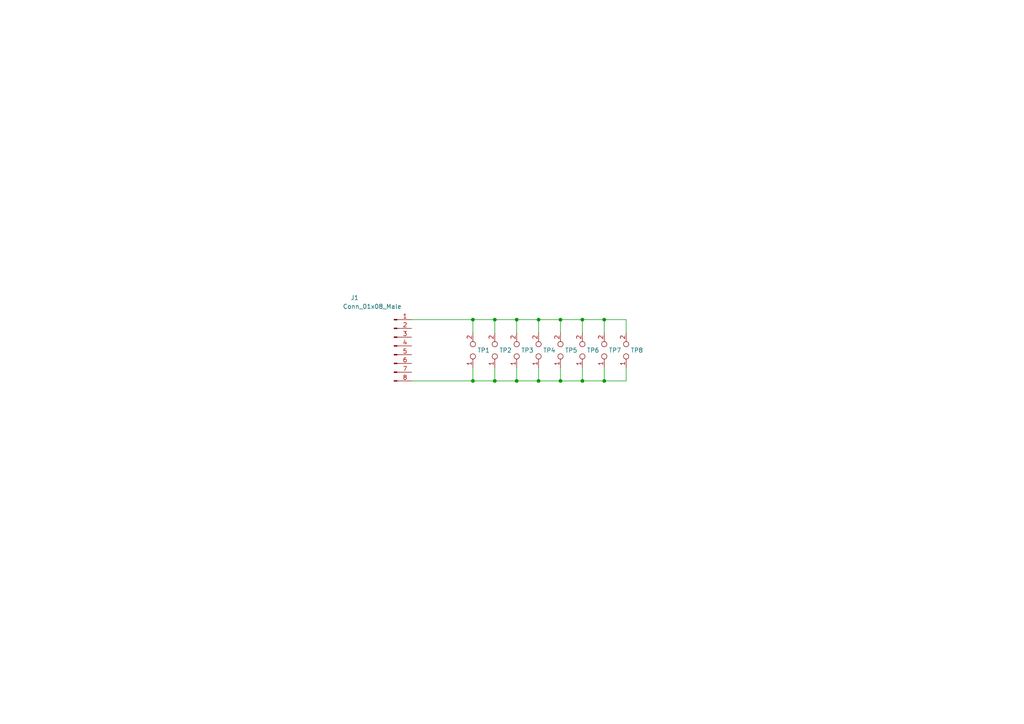
<source format=kicad_sch>
(kicad_sch (version 20200608) (host eeschema "5.99.0-unknown-1973153~101~ubuntu18.04.1")
  (page 1 1)
  (paper "A4")
  (title_block (title "Cap Sense Slider - Tx") (date "2020-06-19") (rev "r0.1") (company "GsD"))
  (lib_symbols
    (symbol "Connector:Conn_01x08_Male" (pin_names hide)
      (property "Reference" "J" (at 0 10.16 0))
      (property "Value" "Conn_01x08_Male" (at 0 -12.7 0))
      (symbol "Conn_01x08_Male_1_1"
        (rectangle (start 0.8636 -10.033) (end 0 -10.287) (stroke (width 0.1524)) (fill (type outline)))
        (rectangle (start 0.8636 -7.493) (end 0 -7.747) (stroke (width 0.1524)) (fill (type outline)))
        (rectangle (start 0.8636 -4.953) (end 0 -5.207) (stroke (width 0.1524)) (fill (type outline)))
        (rectangle (start 0.8636 -2.413) (end 0 -2.667) (stroke (width 0.1524)) (fill (type outline)))
        (rectangle (start 0.8636 0.127) (end 0 -0.127) (stroke (width 0.1524)) (fill (type outline)))
        (rectangle (start 0.8636 2.667) (end 0 2.413) (stroke (width 0.1524)) (fill (type outline)))
        (rectangle (start 0.8636 5.207) (end 0 4.953) (stroke (width 0.1524)) (fill (type outline)))
        (rectangle (start 0.8636 7.747) (end 0 7.493) (stroke (width 0.1524)) (fill (type outline)))
        (polyline (pts (xy 1.27 -10.16) (xy 0.8636 -10.16)) (stroke (width 0.1524)))
        (polyline (pts (xy 1.27 -7.62) (xy 0.8636 -7.62)) (stroke (width 0.1524)))
        (polyline (pts (xy 1.27 -5.08) (xy 0.8636 -5.08)) (stroke (width 0.1524)))
        (polyline (pts (xy 1.27 -2.54) (xy 0.8636 -2.54)) (stroke (width 0.1524)))
        (polyline (pts (xy 1.27 0) (xy 0.8636 0)) (stroke (width 0.1524)))
        (polyline (pts (xy 1.27 2.54) (xy 0.8636 2.54)) (stroke (width 0.1524)))
        (polyline (pts (xy 1.27 5.08) (xy 0.8636 5.08)) (stroke (width 0.1524)))
        (polyline (pts (xy 1.27 7.62) (xy 0.8636 7.62)) (stroke (width 0.1524)))
        (pin passive line (at 5.08 7.62 180) (length 3.81) (name "Pin_1") (number "1"))
        (pin passive line (at 5.08 5.08 180) (length 3.81) (name "Pin_2") (number "2"))
        (pin passive line (at 5.08 2.54 180) (length 3.81) (name "Pin_3") (number "3"))
        (pin passive line (at 5.08 0 180) (length 3.81) (name "Pin_4") (number "4"))
        (pin passive line (at 5.08 -2.54 180) (length 3.81) (name "Pin_5") (number "5"))
        (pin passive line (at 5.08 -5.08 180) (length 3.81) (name "Pin_6") (number "6"))
        (pin passive line (at 5.08 -7.62 180) (length 3.81) (name "Pin_7") (number "7"))
        (pin passive line (at 5.08 -10.16 180) (length 3.81) (name "Pin_8") (number "8"))
      )
    )
    (symbol "Connector:TestPoint_2Pole" (pin_names (offset 0.762) hide)
      (property "Reference" "TP" (at 0 1.524 0))
      (property "Value" "TestPoint_2Pole" (at 0 -1.778 0))
      (symbol "TestPoint_2Pole_0_1"
        (circle (center -1.778 0) (radius 0.762))
        (circle (center 1.778 0) (radius 0.762))
        (pin passive line (at -5.08 0 0) (length 2.54) (name "1") (number "1"))
        (pin passive line (at 5.08 0 180) (length 2.54) (name "2") (number "2"))
      )
    )
  )
  (junction (at 137.16 92.71))
  (junction (at 137.16 110.49))
  (junction (at 143.51 92.71))
  (junction (at 143.51 110.49))
  (junction (at 149.86 92.71))
  (junction (at 149.86 110.49))
  (junction (at 156.21 92.71))
  (junction (at 156.21 110.49))
  (junction (at 162.56 92.71))
  (junction (at 162.56 110.49))
  (junction (at 168.91 92.71))
  (junction (at 168.91 110.49))
  (junction (at 175.26 92.71))
  (junction (at 175.26 110.49))
  (wire (pts (xy 119.38 92.71) (xy 137.16 92.71)))
  (wire (pts (xy 119.38 110.49) (xy 137.16 110.49)))
  (wire (pts (xy 137.16 92.71) (xy 137.16 96.52)))
  (wire (pts (xy 137.16 92.71) (xy 143.51 92.71)))
  (wire (pts (xy 137.16 106.68) (xy 137.16 110.49)))
  (wire (pts (xy 137.16 110.49) (xy 143.51 110.49)))
  (wire (pts (xy 143.51 92.71) (xy 143.51 96.52)))
  (wire (pts (xy 143.51 92.71) (xy 149.86 92.71)))
  (wire (pts (xy 143.51 106.68) (xy 143.51 110.49)))
  (wire (pts (xy 143.51 110.49) (xy 149.86 110.49)))
  (wire (pts (xy 149.86 92.71) (xy 149.86 96.52)))
  (wire (pts (xy 149.86 92.71) (xy 156.21 92.71)))
  (wire (pts (xy 149.86 106.68) (xy 149.86 110.49)))
  (wire (pts (xy 149.86 110.49) (xy 156.21 110.49)))
  (wire (pts (xy 156.21 92.71) (xy 156.21 96.52)))
  (wire (pts (xy 156.21 92.71) (xy 162.56 92.71)))
  (wire (pts (xy 156.21 106.68) (xy 156.21 110.49)))
  (wire (pts (xy 156.21 110.49) (xy 162.56 110.49)))
  (wire (pts (xy 162.56 92.71) (xy 162.56 96.52)))
  (wire (pts (xy 162.56 92.71) (xy 168.91 92.71)))
  (wire (pts (xy 162.56 106.68) (xy 162.56 110.49)))
  (wire (pts (xy 162.56 110.49) (xy 168.91 110.49)))
  (wire (pts (xy 168.91 92.71) (xy 168.91 96.52)))
  (wire (pts (xy 168.91 92.71) (xy 175.26 92.71)))
  (wire (pts (xy 168.91 106.68) (xy 168.91 110.49)))
  (wire (pts (xy 168.91 110.49) (xy 175.26 110.49)))
  (wire (pts (xy 175.26 92.71) (xy 175.26 96.52)))
  (wire (pts (xy 175.26 92.71) (xy 181.61 92.71)))
  (wire (pts (xy 175.26 106.68) (xy 175.26 110.49)))
  (wire (pts (xy 175.26 110.49) (xy 181.61 110.49)))
  (wire (pts (xy 181.61 96.52) (xy 181.61 92.71)))
  (wire (pts (xy 181.61 106.68) (xy 181.61 110.49)))
  (symbol (lib_id "Connector:TestPoint_2Pole") (at 137.16 101.6 90) (unit 1)
    (property "Reference" "TP1" (at 138.43 101.6 90) (effects (justify right)))
    (property "Value" "TestPoint_2Pole" (effects hide))
    (property "Footprint" "sliding-strip:CapSenseTx" (effects hide))
  )
  (symbol (lib_id "Connector:TestPoint_2Pole") (at 143.51 101.6 90) (unit 1)
    (property "Reference" "TP2" (at 144.78 101.6 90) (effects (justify right)))
    (property "Value" "TestPoint_2Pole" (effects hide))
    (property "Footprint" "sliding-strip:CapSenseTx" (effects hide))
  )
  (symbol (lib_id "Connector:TestPoint_2Pole") (at 149.86 101.6 90) (unit 1)
    (property "Reference" "TP3" (at 151.13 101.6 90) (effects (justify right)))
    (property "Value" "TestPoint_2Pole" (effects hide))
    (property "Footprint" "sliding-strip:CapSenseTx" (effects hide))
  )
  (symbol (lib_id "Connector:TestPoint_2Pole") (at 156.21 101.6 90) (unit 1)
    (property "Reference" "TP4" (at 157.48 101.6 90) (effects (justify right)))
    (property "Value" "TestPoint_2Pole" (effects hide))
    (property "Footprint" "sliding-strip:CapSenseTx" (effects hide))
  )
  (symbol (lib_id "Connector:TestPoint_2Pole") (at 162.56 101.6 90) (unit 1)
    (property "Reference" "TP5" (at 163.83 101.6 90) (effects (justify right)))
    (property "Value" "TestPoint_2Pole" (effects hide))
    (property "Footprint" "sliding-strip:CapSenseTx" (effects hide))
  )
  (symbol (lib_id "Connector:TestPoint_2Pole") (at 168.91 101.6 90) (unit 1)
    (property "Reference" "TP6" (at 170.18 101.6 90) (effects (justify right)))
    (property "Value" "TestPoint_2Pole" (effects hide))
    (property "Footprint" "sliding-strip:CapSenseTx" (effects hide))
  )
  (symbol (lib_id "Connector:TestPoint_2Pole") (at 175.26 101.6 90) (unit 1)
    (property "Reference" "TP7" (at 176.53 101.6 90) (effects (justify right)))
    (property "Value" "TestPoint_2Pole" (effects hide))
    (property "Footprint" "sliding-strip:CapSenseTx" (effects hide))
  )
  (symbol (lib_id "Connector:TestPoint_2Pole") (at 181.61 101.6 90) (unit 1)
    (property "Reference" "TP8" (at 182.88 101.6 90) (effects (justify right)))
    (property "Value" "TestPoint_2Pole" (effects hide))
    (property "Footprint" "sliding-strip:CapSenseTx" (effects hide))
  )
  (symbol (lib_id "Connector:Conn_01x08_Male") (at 114.3 100.33 0) (unit 1)
    (property "Reference" "J1" (at 102.87 86.36 0))
    (property "Value" "Conn_01x08_Male" (at 107.95 88.9 0))
    (property "Footprint" "sliding-strip:8P_0.5mm_FFC" (effects hide))
  )
)
</source>
